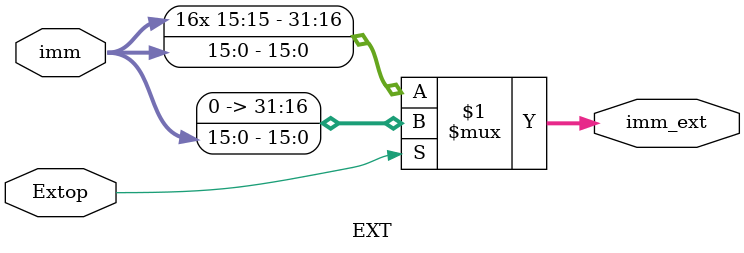
<source format=v>
`timescale 1ns / 1ps
module EXT(
    input [15:0] imm,
	 input Extop,
    output [31:0] imm_ext
    );
	 assign imm_ext = Extop? {16'd0,imm} : {{16{imm[15]}}, imm};//lui,sw,lw 0:zero,1:sign.
endmodule

</source>
